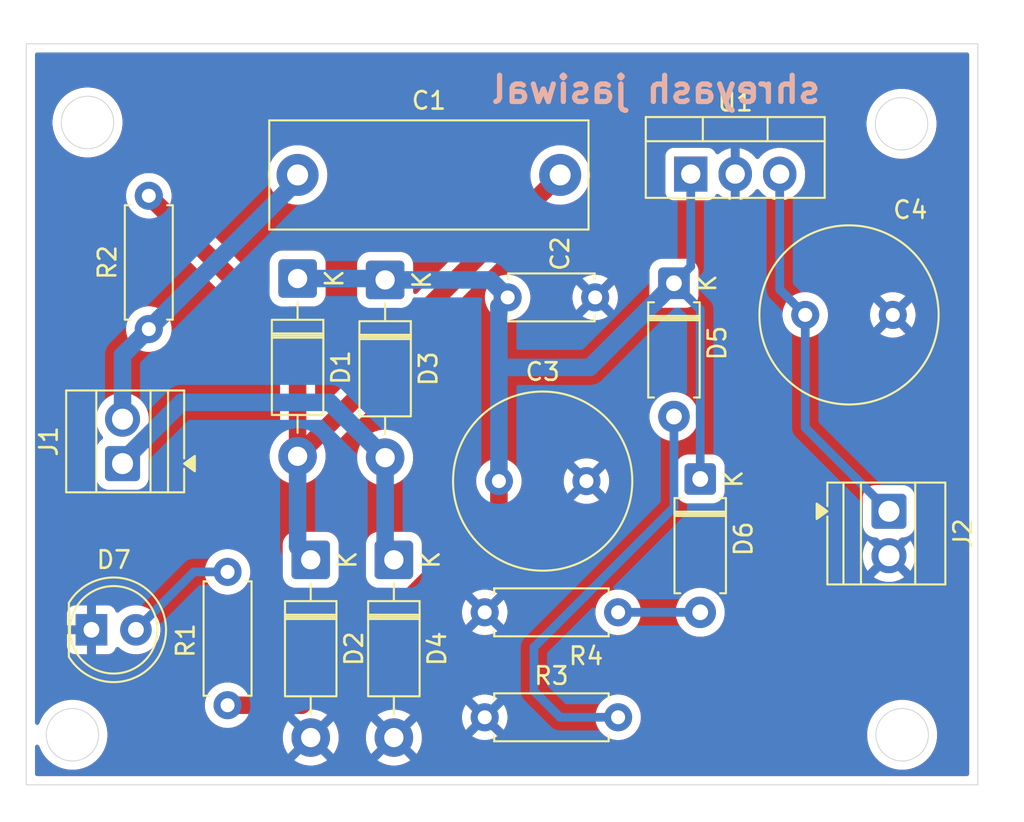
<source format=kicad_pcb>
(kicad_pcb (version 20241229) (generator "pcbnew") (generator_version "9.0")
  (layers (0 "F.Cu" signal) (2 "B.Cu" signal) (13 "F.Paste" user) (15 "B.Paste" user) (5 "F.SilkS" user "F.Silkscreen") (7 "B.SilkS" user "B.Silkscreen") (1 "F.Mask" user) (3 "B.Mask" user) (25 "Edge.Cuts" user))
  (net 0 "")
  (net 1 "Net-(D1-A)")
  (net 2 "Net-(J1-Pin_2)")
  (net 3 "Net-(D1-K)")
  (net 4 "GND")
  (net 5 "/5v")
  (net 6 "Net-(D3-A)")
  (net 7 "Net-(D5-A)")
  (net 8 "Net-(D6-A)")
  (net 9 "Net-(D7-A)")
  (footprint "Diode_THT:D_DO-41_SOD81_P10.16mm_Horizontal" (layer "F.Cu") (at 64.52175 88.42 -90)
    (property "Reference" "D1" (at 5.08 -2.47 90) (layer "F.SilkS"))
    (property "Value" "1N4007")
    (fp_line (start 1.34 0) (end 2.36 0) (stroke (width 0.12)) (layer "F.SilkS"))
    (fp_line (start 8.82 0) (end 7.8 0) (stroke (width 0.12)) (layer "F.SilkS"))
    (fp_line (start 3.14 -1.47) (end 3.14 1.47) (stroke (width 0.12)) (layer "F.SilkS"))
    (fp_line (start 3.26 -1.47) (end 3.26 1.47) (stroke (width 0.12)) (layer "F.SilkS"))
    (fp_line (start 3.38 -1.47) (end 3.38 1.47) (stroke (width 0.12)) (layer "F.SilkS"))
    (fp_rect (start 2.36 -1.47) (end 7.8 1.47) (stroke (width 0.12)) (fill no) (layer "F.SilkS"))
    (fp_text user "K" (at 0 -2.1 90) (layer "F.SilkS"))
    (pad "1" thru_hole roundrect (at 0 0 270) (size 2.2 2.2) (drill 1.1) (layers "*.Cu" "*.Mask") (roundrect_rratio 0.113636) (net 3 "Net-(D1-K)"))
    (pad "2" thru_hole circle (at 10.16 0 270) (size 2.2 2.2) (drill 1.1) (layers "*.Cu" "*.Mask") (net 1 "Net-(D1-A)"))
  )
  (footprint "Diode_THT:D_DO-41_SOD81_P10.16mm_Horizontal" (layer "F.Cu") (at 70.02175 104.5 -90)
    (property "Reference" "D4" (at 5.08 -2.47 90) (layer "F.SilkS"))
    (property "Value" "1N4007")
    (fp_line (start 1.34 0) (end 2.36 0) (stroke (width 0.12)) (layer "F.SilkS"))
    (fp_line (start 8.82 0) (end 7.8 0) (stroke (width 0.12)) (layer "F.SilkS"))
    (fp_line (start 3.14 -1.47) (end 3.14 1.47) (stroke (width 0.12)) (layer "F.SilkS"))
    (fp_line (start 3.26 -1.47) (end 3.26 1.47) (stroke (width 0.12)) (layer "F.SilkS"))
    (fp_line (start 3.38 -1.47) (end 3.38 1.47) (stroke (width 0.12)) (layer "F.SilkS"))
    (fp_rect (start 2.36 -1.47) (end 7.8 1.47) (stroke (width 0.12)) (fill no) (layer "F.SilkS"))
    (fp_text user "K" (at 0 -2.1 90) (layer "F.SilkS"))
    (pad "1" thru_hole roundrect (at 0 0 270) (size 2.2 2.2) (drill 1.1) (layers "*.Cu" "*.Mask") (roundrect_rratio 0.113636) (net 6 "Net-(D3-A)"))
    (pad "2" thru_hole circle (at 10.16 0 270) (size 2.2 2.2) (drill 1.1) (layers "*.Cu" "*.Mask") (net 4 "GND"))
  )
  (footprint "Diode_THT:D_A-405_P7.62mm_Horizontal" (layer "F.Cu") (at 87.52175 99.88 -90)
    (property "Reference" "D6" (at 3.42 -2.47 90) (layer "F.SilkS"))
    (property "Value" "D_Zener")
    (fp_line (start 1.09 1.47) (end 6.53 1.47) (stroke (width 0.12)) (layer "F.SilkS"))
    (fp_line (start 6.53 1.47) (end 6.53 1.14) (stroke (width 0.12)) (layer "F.SilkS"))
    (fp_line (start 1.09 1.14) (end 1.09 1.47) (stroke (width 0.12)) (layer "F.SilkS"))
    (fp_line (start 1.09 -1.14) (end 1.09 -1.47) (stroke (width 0.12)) (layer "F.SilkS"))
    (fp_line (start 1.09 -1.47) (end 6.53 -1.47) (stroke (width 0.12)) (layer "F.SilkS"))
    (fp_line (start 1.87 -1.47) (end 1.87 1.47) (stroke (width 0.12)) (layer "F.SilkS"))
    (fp_line (start 1.99 -1.47) (end 1.99 1.47) (stroke (width 0.12)) (layer "F.SilkS"))
    (fp_line (start 2.11 -1.47) (end 2.11 1.47) (stroke (width 0.12)) (layer "F.SilkS"))
    (fp_line (start 6.53 -1.47) (end 6.53 -1.14) (stroke (width 0.12)) (layer "F.SilkS"))
    (fp_text user "K" (at 0 -1.9 90) (layer "F.SilkS"))
    (pad "1" thru_hole roundrect (at 0 0 270) (size 1.8 1.8) (drill 0.9) (layers "*.Cu" "*.Mask") (roundrect_rratio 0.138889) (net 3 "Net-(D1-K)"))
    (pad "2" thru_hole circle (at 7.62 0 270) (size 1.8 1.8) (drill 0.9) (layers "*.Cu" "*.Mask") (net 8 "Net-(D6-A)"))
  )
  (footprint "Resistor_THT:R_Axial_DIN0207_L6.3mm_D2.5mm_P7.62mm_Horizontal" (layer "F.Cu") (at 82.83175 113.5 180)
    (property "Reference" "R3" (at 3.81 2.37 0) (layer "F.SilkS"))
    (property "Value" "20k")
    (fp_line (start 7.08 1.37) (end 7.08 1.04) (stroke (width 0.12)) (layer "F.SilkS"))
    (fp_line (start 7.08 -1.37) (end 7.08 -1.04) (stroke (width 0.12)) (layer "F.SilkS"))
    (fp_line (start 0.54 1.37) (end 7.08 1.37) (stroke (width 0.12)) (layer "F.SilkS"))
    (fp_line (start 0.54 1.04) (end 0.54 1.37) (stroke (width 0.12)) (layer "F.SilkS"))
    (fp_line (start 0.54 -1.04) (end 0.54 -1.37) (stroke (width 0.12)) (layer "F.SilkS"))
    (fp_line (start 0.54 -1.37) (end 7.08 -1.37) (stroke (width 0.12)) (layer "F.SilkS"))
    (pad "1" thru_hole circle (at 0 0 180) (size 1.6 1.6) (drill 0.8) (layers "*.Cu" "*.Mask") (net 7 "Net-(D5-A)"))
    (pad "2" thru_hole circle (at 7.62 0 180) (size 1.6 1.6) (drill 0.8) (layers "*.Cu" "*.Mask") (net 4 "GND"))
  )
  (footprint "Resistor_THT:R_Axial_DIN0207_L6.3mm_D2.5mm_P7.62mm_Horizontal" (layer "F.Cu") (at 60.52175 112.81 90)
    (property "Reference" "R1" (at 3.7 -2.4 90) (layer "F.SilkS"))
    (property "Value" "R")
    (fp_line (start 7.08 -1.37) (end 7.08 -1.04) (stroke (width 0.12)) (layer "F.SilkS"))
    (fp_line (start 0.54 -1.37) (end 7.08 -1.37) (stroke (width 0.12)) (layer "F.SilkS"))
    (fp_line (start 0.54 -1.04) (end 0.54 -1.37) (stroke (width 0.12)) (layer "F.SilkS"))
    (fp_line (start 0.54 1.04) (end 0.54 1.37) (stroke (width 0.12)) (layer "F.SilkS"))
    (fp_line (start 7.08 1.37) (end 7.08 1.04) (stroke (width 0.12)) (layer "F.SilkS"))
    (fp_line (start 0.54 1.37) (end 7.08 1.37) (stroke (width 0.12)) (layer "F.SilkS"))
    (pad "1" thru_hole circle (at 0 0 90) (size 1.6 1.6) (drill 0.8) (layers "*.Cu" "*.Mask") (net 3 "Net-(D1-K)"))
    (pad "2" thru_hole circle (at 7.62 0 90) (size 1.6 1.6) (drill 0.8) (layers "*.Cu" "*.Mask") (net 9 "Net-(D7-A)"))
  )
  (footprint "Capacitor_THT:C_Disc_D4.7mm_W2.5mm_P5.00mm" (layer "F.Cu") (at 76.52175 89.5)
    (property "Reference" "C2" (at 3 -2.5 90) (layer "F.SilkS"))
    (property "Value" "0.1uf")
    (fp_line (start 0.03 -1.37) (end 4.97 -1.37) (stroke (width 0.12)) (layer "F.SilkS"))
    (fp_line (start 0.03 -1.04) (end 0.03 -1.37) (stroke (width 0.12)) (layer "F.SilkS"))
    (fp_line (start 0.03 1.37) (end 0.03 1.04) (stroke (width 0.12)) (layer "F.SilkS"))
    (fp_line (start 4.97 -1.37) (end 4.97 -1.04) (stroke (width 0.12)) (layer "F.SilkS"))
    (fp_line (start 4.97 1.04) (end 4.97 1.37) (stroke (width 0.12)) (layer "F.SilkS"))
    (fp_line (start 4.97 1.37) (end 0.03 1.37) (stroke (width 0.12)) (layer "F.SilkS"))
    (pad "1" thru_hole circle (at 0 0) (size 1.6 1.6) (drill 0.8) (layers "*.Cu" "*.Mask") (net 3 "Net-(D1-K)"))
    (pad "2" thru_hole circle (at 5 0) (size 1.6 1.6) (drill 0.8) (layers "*.Cu" "*.Mask") (net 4 "GND"))
  )
  (footprint "TerminalBlock:TerminalBlock_Xinya_XY308-2.54-2P_1x02_P2.54mm_Horizontal" (layer "F.Cu") (at 98.30425 101.725 -90)
    (property "Reference" "J2" (at 1.27 -4.22 90) (layer "F.SilkS"))
    (property "Value" "Screw_Terminal_01x02")
    (fp_line (start -1.64 3.52) (end -1.64 -3.22) (stroke (width 0.12)) (layer "F.SilkS"))
    (fp_line (start -0.3 3.52) (end -1.64 3.52) (stroke (width 0.12)) (layer "F.SilkS"))
    (fp_line (start 4.18 3.52) (end 0.3 3.52) (stroke (width 0.12)) (layer "F.SilkS"))
    (fp_line (start -1.64 2.6) (end 4.18 2.6) (stroke (width 0.12)) (layer "F.SilkS"))
    (fp_line (start -1.64 1.6) (end 4.18 1.6) (stroke (width 0.12)) (layer "F.SilkS"))
    (fp_line (start -1.64 -1.5) (end 4.18 -1.5) (stroke (width 0.12)) (layer "F.SilkS"))
    (fp_line (start -1.64 -3.22) (end 4.18 -3.22) (stroke (width 0.12)) (layer "F.SilkS"))
    (fp_line (start 4.18 -3.22) (end 4.18 3.52) (stroke (width 0.12)) (layer "F.SilkS"))
    (fp_poly (pts (xy 0 3.52) (xy 0.44 4.13) (xy -0.44 4.13)) (stroke (width 0.12)) (fill yes) (layer "F.SilkS"))
    (pad "1" thru_hole roundrect (at 0 0 270) (size 2 2) (drill 1.2) (layers "*.Cu" "*.Mask") (roundrect_rratio 0.125) (net 5 "/5v"))
    (pad "2" thru_hole circle (at 2.54 0 270) (size 2 2) (drill 1.2) (layers "*.Cu" "*.Mask") (net 4 "GND"))
  )
  (footprint "Package_TO_SOT_THT:TO-220-3_Vertical" (layer "F.Cu") (at 86.98175 82.45)
    (property "Reference" "U1" (at 2.54 -4.1 0) (layer "F.SilkS"))
    (property "Value" "LM7805_TO220")
    (fp_line (start -2.57 -3.26) (end 7.65 -3.26) (stroke (width 0.12)) (layer "F.SilkS"))
    (fp_line (start -2.57 -1.88) (end 7.65 -1.88) (stroke (width 0.12)) (layer "F.SilkS"))
    (fp_line (start -2.57 1.36) (end -2.57 -3.26) (stroke (width 0.12)) (layer "F.SilkS"))
    (fp_line (start 0.69 -3.26) (end 0.69 -1.88) (stroke (width 0.12)) (layer "F.SilkS"))
    (fp_line (start 4.39 -3.26) (end 4.39 -1.88) (stroke (width 0.12)) (layer "F.SilkS"))
    (fp_line (start 7.65 -3.26) (end 7.65 1.36) (stroke (width 0.12)) (layer "F.SilkS"))
    (fp_line (start 7.65 1.36) (end -2.57 1.36) (stroke (width 0.12)) (layer "F.SilkS"))
    (pad "1" thru_hole rect (at 0 0) (size 1.905 2) (drill 1.1) (layers "*.Cu" "*.Mask") (net 3 "Net-(D1-K)"))
    (pad "2" thru_hole oval (at 2.54 0) (size 1.905 2) (drill 1.1) (layers "*.Cu" "*.Mask") (net 4 "GND"))
    (pad "3" thru_hole oval (at 5.08 0) (size 1.905 2) (drill 1.1) (layers "*.Cu" "*.Mask") (net 5 "/5v"))
  )
  (footprint "Diode_THT:D_DO-41_SOD81_P10.16mm_Horizontal" (layer "F.Cu") (at 69.52175 88.5 -90)
    (property "Reference" "D3" (at 5.08 -2.47 90) (layer "F.SilkS"))
    (property "Value" "1N4007")
    (fp_line (start 1.34 0) (end 2.36 0) (stroke (width 0.12)) (layer "F.SilkS"))
    (fp_line (start 8.82 0) (end 7.8 0) (stroke (width 0.12)) (layer "F.SilkS"))
    (fp_line (start 3.14 -1.47) (end 3.14 1.47) (stroke (width 0.12)) (layer "F.SilkS"))
    (fp_line (start 3.26 -1.47) (end 3.26 1.47) (stroke (width 0.12)) (layer "F.SilkS"))
    (fp_line (start 3.38 -1.47) (end 3.38 1.47) (stroke (width 0.12)) (layer "F.SilkS"))
    (fp_rect (start 2.36 -1.47) (end 7.8 1.47) (stroke (width 0.12)) (fill no) (layer "F.SilkS"))
    (fp_text user "K" (at 0 -2.1 90) (layer "F.SilkS"))
    (pad "1" thru_hole roundrect (at 0 0 270) (size 2.2 2.2) (drill 1.1) (layers "*.Cu" "*.Mask") (roundrect_rratio 0.113636) (net 3 "Net-(D1-K)"))
    (pad "2" thru_hole circle (at 10.16 0 270) (size 2.2 2.2) (drill 1.1) (layers "*.Cu" "*.Mask") (net 6 "Net-(D3-A)"))
  )
  (footprint "Resistor_THT:R_Axial_DIN0207_L6.3mm_D2.5mm_P7.62mm_Horizontal" (layer "F.Cu") (at 56.02175 91.31 90)
    (property "Reference" "R2" (at 3.81 -2.37 90) (layer "F.SilkS"))
    (property "Value" "1m")
    (fp_line (start 7.08 -1.37) (end 7.08 -1.04) (stroke (width 0.12)) (layer "F.SilkS"))
    (fp_line (start 0.54 -1.37) (end 7.08 -1.37) (stroke (width 0.12)) (layer "F.SilkS"))
    (fp_line (start 0.54 -1.04) (end 0.54 -1.37) (stroke (width 0.12)) (layer "F.SilkS"))
    (fp_line (start 0.54 1.04) (end 0.54 1.37) (stroke (width 0.12)) (layer "F.SilkS"))
    (fp_line (start 7.08 1.37) (end 7.08 1.04) (stroke (width 0.12)) (layer "F.SilkS"))
    (fp_line (start 0.54 1.37) (end 7.08 1.37) (stroke (width 0.12)) (layer "F.SilkS"))
    (pad "1" thru_hole circle (at 0 0 90) (size 1.6 1.6) (drill 0.8) (layers "*.Cu" "*.Mask") (net 2 "Net-(J1-Pin_2)"))
    (pad "2" thru_hole circle (at 7.62 0 90) (size 1.6 1.6) (drill 0.8) (layers "*.Cu" "*.Mask") (net 1 "Net-(D1-A)"))
  )
  (footprint "Capacitor_THT:C_Rect_L18.0mm_W6.0mm_P15.00mm_FKS3_FKP3" (layer "F.Cu") (at 64.52175 82.5)
    (property "Reference" "C1" (at 7.5 -4.25 0) (layer "F.SilkS"))
    (property "Value" "225k/2.2uf")
    (fp_line (start -1.62 -3.12) (end 16.62 -3.12) (stroke (width 0.12)) (layer "F.SilkS"))
    (fp_line (start -1.62 3.12) (end -1.62 -3.12) (stroke (width 0.12)) (layer "F.SilkS"))
    (fp_line (start 16.62 -3.12) (end 16.62 3.12) (stroke (width 0.12)) (layer "F.SilkS"))
    (fp_line (start 16.62 3.12) (end -1.62 3.12) (stroke (width 0.12)) (layer "F.SilkS"))
    (pad "1" thru_hole circle (at 0 0) (size 2.4 2.4) (drill 1.2) (layers "*.Cu" "*.Mask") (net 2 "Net-(J1-Pin_2)"))
    (pad "2" thru_hole circle (at 15 0) (size 2.4 2.4) (drill 1.2) (layers "*.Cu" "*.Mask") (net 1 "Net-(D1-A)"))
  )
  (footprint "Capacitor_THT:C_Radial_D10.0mm_H12.5mm_P5.00mm" (layer "F.Cu") (at 76.02175 100)
    (property "Reference" "C3" (at 2.5 -6.25 0) (layer "F.SilkS"))
    (property "Value" "1000uf")
    (fp_circle (center 2.5 0) (end 7.62 0) (stroke (width 0.12)) (fill no) (layer "F.SilkS"))
    (pad "1" thru_hole circle (at 0 0) (size 1.6 1.6) (drill 0.8) (layers "*.Cu" "*.Mask") (net 3 "Net-(D1-K)"))
    (pad "2" thru_hole circle (at 5 0) (size 1.6 1.6) (drill 0.8) (layers "*.Cu" "*.Mask") (net 4 "GND"))
  )
  (footprint "Resistor_THT:R_Axial_DIN0207_L6.3mm_D2.5mm_P7.62mm_Horizontal" (layer "F.Cu") (at 82.83175 107.5 180)
    (property "Reference" "R4" (at 1.83175 -2.5 0) (layer "F.SilkS"))
    (property "Value" "20k")
    (fp_line (start 7.08 1.37) (end 7.08 1.04) (stroke (width 0.12)) (layer "F.SilkS"))
    (fp_line (start 7.08 -1.37) (end 7.08 -1.04) (stroke (width 0.12)) (layer "F.SilkS"))
    (fp_line (start 0.54 1.37) (end 7.08 1.37) (stroke (width 0.12)) (layer "F.SilkS"))
    (fp_line (start 0.54 1.04) (end 0.54 1.37) (stroke (width 0.12)) (layer "F.SilkS"))
    (fp_line (start 0.54 -1.04) (end 0.54 -1.37) (stroke (width 0.12)) (layer "F.SilkS"))
    (fp_line (start 0.54 -1.37) (end 7.08 -1.37) (stroke (width 0.12)) (layer "F.SilkS"))
    (pad "1" thru_hole circle (at 0 0 180) (size 1.6 1.6) (drill 0.8) (layers "*.Cu" "*.Mask") (net 8 "Net-(D6-A)"))
    (pad "2" thru_hole circle (at 7.62 0 180) (size 1.6 1.6) (drill 0.8) (layers "*.Cu" "*.Mask") (net 4 "GND"))
  )
  (footprint "Capacitor_THT:C_Radial_D10.0mm_H12.5mm_P5.00mm" (layer "F.Cu") (at 93.52175 90.5)
    (property "Reference" "C4" (at 6 -6 0) (layer "F.SilkS"))
    (property "Value" "470uf")
    (fp_circle (center 2.5 0) (end 7.62 0) (stroke (width 0.12)) (fill no) (layer "F.SilkS"))
    (pad "1" thru_hole circle (at 0 0) (size 1.6 1.6) (drill 0.8) (layers "*.Cu" "*.Mask") (net 5 "/5v"))
    (pad "2" thru_hole circle (at 5 0) (size 1.6 1.6) (drill 0.8) (layers "*.Cu" "*.Mask") (net 4 "GND"))
  )
  (footprint "Diode_THT:D_DO-41_SOD81_P10.16mm_Horizontal" (layer "F.Cu") (at 65.27175 104.5 -90)
    (property "Reference" "D2" (at 5.08 -2.47 90) (layer "F.SilkS"))
    (property "Value" "1N4007")
    (fp_line (start 1.34 0) (end 2.36 0) (stroke (width 0.12)) (layer "F.SilkS"))
    (fp_line (start 8.82 0) (end 7.8 0) (stroke (width 0.12)) (layer "F.SilkS"))
    (fp_line (start 3.14 -1.47) (end 3.14 1.47) (stroke (width 0.12)) (layer "F.SilkS"))
    (fp_line (start 3.26 -1.47) (end 3.26 1.47) (stroke (width 0.12)) (layer "F.SilkS"))
    (fp_line (start 3.38 -1.47) (end 3.38 1.47) (stroke (width 0.12)) (layer "F.SilkS"))
    (fp_rect (start 2.36 -1.47) (end 7.8 1.47) (stroke (width 0.12)) (fill no) (layer "F.SilkS"))
    (fp_text user "K" (at 0 -2.1 90) (layer "F.SilkS"))
    (pad "1" thru_hole roundrect (at 0 0 270) (size 2.2 2.2) (drill 1.1) (layers "*.Cu" "*.Mask") (roundrect_rratio 0.113636) (net 1 "Net-(D1-A)"))
    (pad "2" thru_hole circle (at 10.16 0 270) (size 2.2 2.2) (drill 1.1) (layers "*.Cu" "*.Mask") (net 4 "GND"))
  )
  (footprint "Diode_THT:D_A-405_P7.62mm_Horizontal" (layer "F.Cu") (at 86.02175 88.69 -90)
    (property "Reference" "D5" (at 3.42 -2.47 90) (layer "F.SilkS"))
    (property "Value" "D_Zener")
    (fp_line (start 1.09 1.47) (end 6.53 1.47) (stroke (width 0.12)) (layer "F.SilkS"))
    (fp_line (start 6.53 1.47) (end 6.53 1.14) (stroke (width 0.12)) (layer "F.SilkS"))
    (fp_line (start 1.09 1.14) (end 1.09 1.47) (stroke (width 0.12)) (layer "F.SilkS"))
    (fp_line (start 1.09 -1.14) (end 1.09 -1.47) (stroke (width 0.12)) (layer "F.SilkS"))
    (fp_line (start 1.09 -1.47) (end 6.53 -1.47) (stroke (width 0.12)) (layer "F.SilkS"))
    (fp_line (start 1.87 -1.47) (end 1.87 1.47) (stroke (width 0.12)) (layer "F.SilkS"))
    (fp_line (start 1.99 -1.47) (end 1.99 1.47) (stroke (width 0.12)) (layer "F.SilkS"))
    (fp_line (start 2.11 -1.47) (end 2.11 1.47) (stroke (width 0.12)) (layer "F.SilkS"))
    (fp_line (start 6.53 -1.47) (end 6.53 -1.14) (stroke (width 0.12)) (layer "F.SilkS"))
    (fp_text user "K" (at 0 -1.9 90) (layer "F.SilkS"))
    (pad "1" thru_hole roundrect (at 0 0 270) (size 1.8 1.8) (drill 0.9) (layers "*.Cu" "*.Mask") (roundrect_rratio 0.138889) (net 3 "Net-(D1-K)"))
    (pad "2" thru_hole circle (at 7.62 0 270) (size 1.8 1.8) (drill 0.9) (layers "*.Cu" "*.Mask") (net 7 "Net-(D5-A)"))
  )
  (footprint "LED_THT:LED_D5.0mm" (layer "F.Cu") (at 52.74675 108.5)
    (property "Reference" "D7" (at 1.275 -4 0) (layer "F.SilkS"))
    (property "Value" "LED")
    (fp_line (start -1.29 -1.545) (end -1.29 1.545) (stroke (width 0.12)) (layer "F.SilkS"))
    (fp_arc (start -1.29 -1.54483) (mid 2.071779 -2.880495) (end 4.26 0) (stroke (width 0.12)) (layer "F.SilkS"))
    (fp_arc (start 4.26 0) (mid 2.071779 2.880495) (end -1.29 1.54483) (stroke (width 0.12)) (layer "F.SilkS"))
    (fp_circle (center 1.27 0) (end 3.77 0) (stroke (width 0.12)) (fill no) (layer "F.SilkS"))
    (pad "1" thru_hole rect (at 0 0) (size 1.8 1.8) (drill 0.9) (layers "*.Cu" "*.Mask") (net 4 "GND"))
    (pad "2" thru_hole circle (at 2.54 0) (size 1.8 1.8) (drill 0.9) (layers "*.Cu" "*.Mask") (net 9 "Net-(D7-A)"))
  )
  (footprint "TerminalBlock:TerminalBlock_Xinya_XY308-2.54-2P_1x02_P2.54mm_Horizontal" (layer "F.Cu") (at 54.52175 99 90)
    (property "Reference" "J1" (at 1.27 -4.22 90) (layer "F.SilkS"))
    (property "Value" "Screw_Terminal_01x02")
    (fp_line (start 4.18 -3.22) (end 4.18 3.52) (stroke (width 0.12)) (layer "F.SilkS"))
    (fp_line (start -1.64 -3.22) (end 4.18 -3.22) (stroke (width 0.12)) (layer "F.SilkS"))
    (fp_line (start -1.64 -1.5) (end 4.18 -1.5) (stroke (width 0.12)) (layer "F.SilkS"))
    (fp_line (start -1.64 1.6) (end 4.18 1.6) (stroke (width 0.12)) (layer "F.SilkS"))
    (fp_line (start -1.64 2.6) (end 4.18 2.6) (stroke (width 0.12)) (layer "F.SilkS"))
    (fp_line (start 4.18 3.52) (end 0.3 3.52) (stroke (width 0.12)) (layer "F.SilkS"))
    (fp_line (start -0.3 3.52) (end -1.64 3.52) (stroke (width 0.12)) (layer "F.SilkS"))
    (fp_line (start -1.64 3.52) (end -1.64 -3.22) (stroke (width 0.12)) (layer "F.SilkS"))
    (fp_poly (pts (xy 0 3.52) (xy 0.44 4.13) (xy -0.44 4.13)) (stroke (width 0.12)) (fill yes) (layer "F.SilkS"))
    (pad "1" thru_hole roundrect (at 0 0 90) (size 2 2) (drill 1.2) (layers "*.Cu" "*.Mask") (roundrect_rratio 0.125) (net 6 "Net-(D3-A)"))
    (pad "2" thru_hole circle (at 2.54 0 90) (size 2 2) (drill 1.2) (layers "*.Cu" "*.Mask") (net 2 "Net-(J1-Pin_2)"))
  )
  (gr_circle (center 52.52175 79.5) (end 54.02175 79.5) (stroke (width 0.05)) (fill no) (layer "Edge.Cuts"))
  (gr_circle (center 51.659267 114.5) (end 53.159267 114.5) (stroke (width 0.05)) (fill no) (layer "Edge.Cuts"))
  (gr_rect (start 49.02175 75) (end 103.383022 117.361272) (stroke (width 0.05)) (fill no) (layer "Edge.Cuts"))
  (gr_circle (center 99.02175 79.577007) (end 100.52175 79.577007) (stroke (width 0.05)) (fill no) (layer "Edge.Cuts"))
  (gr_circle (center 99.057087 114.5) (end 100.557087 114.5) (stroke (width 0.05)) (fill no) (layer "Edge.Cuts"))
  (gr_text "shreyash jasiwal\n" (at 94.5435 78.5 -0) (layer "B.SilkS") (effects (font (size 1.5 1.5) (thickness 0.3) (bold yes)) (justify left bottom mirror)))
  (segment (start 68.52175 94.58) (end 68.52175 93.5) (width 1) (layer "F.Cu") (net 1))
  (segment (start 68.52175 93.5) (end 79.52175 82.5) (width 1) (layer "F.Cu") (net 1))
  (segment (start 64.52175 98.58) (end 68.52175 94.58) (width 1) (layer "F.Cu") (net 1))
  (segment (start 56.02175 83.69) (end 64.52175 92.19) (width 1) (layer "F.Cu") (net 1))
  (segment (start 64.52175 92.19) (end 64.52175 98.58) (width 1) (layer "F.Cu") (net 1))
  (segment (start 64.52175 98.58) (end 64.52175 103.75) (width 1) (layer "B.Cu") (net 1))
  (segment (start 64.52175 103.75) (end 65.27175 104.5) (width 1) (layer "B.Cu") (net 1))
  (segment (start 54.52175 96.46) (end 54.52175 92.81) (width 1) (layer "B.Cu") (net 2))
  (segment (start 54.52175 92.81) (end 56.02175 91.31) (width 1) (layer "B.Cu") (net 2))
  (segment (start 64.52175 82.81) (end 64.52175 82.5) (width 1) (layer "B.Cu") (net 2))
  (segment (start 56.02175 91.31) (end 64.52175 82.81) (width 1) (layer "B.Cu") (net 2))
  (segment (start 76.02175 101.551844) (end 76.02175 100) (width 1) (layer "F.Cu") (net 3))
  (segment (start 64.763594 112.81) (end 76.02175 101.551844) (width 1) (layer "F.Cu") (net 3))
  (segment (start 60.52175 112.81) (end 64.763594 112.81) (width 1) (layer "F.Cu") (net 3))
  (segment (start 81.21175 93.5) (end 76.02175 93.5) (width 1) (layer "B.Cu") (net 3))
  (segment (start 75.52175 88.5) (end 76.52175 89.5) (width 1) (layer "B.Cu") (net 3))
  (segment (start 76.02175 90) (end 76.52175 89.5) (width 1) (layer "B.Cu") (net 3))
  (segment (start 86.98175 87.73) (end 86.02175 88.69) (width 0.5) (layer "B.Cu") (net 3))
  (segment (start 86.98175 82.45) (end 86.98175 87.73) (width 0.5) (layer "B.Cu") (net 3))
  (segment (start 86.02175 88.69) (end 87.52175 90.19) (width 0.5) (layer "B.Cu") (net 3))
  (segment (start 76.02175 93.5) (end 76.02175 90) (width 1) (layer "B.Cu") (net 3))
  (segment (start 76.02175 100) (end 76.02175 93.5) (width 1) (layer "B.Cu") (net 3))
  (segment (start 69.44175 88.42) (end 69.52175 88.5) (width 1) (layer "B.Cu") (net 3))
  (segment (start 69.52175 88.5) (end 75.52175 88.5) (width 1) (layer "B.Cu") (net 3))
  (segment (start 64.52175 88.42) (end 69.44175 88.42) (width 1) (layer "B.Cu") (net 3))
  (segment (start 86.02175 88.69) (end 81.21175 93.5) (width 1) (layer "B.Cu") (net 3))
  (segment (start 87.52175 90.19) (end 87.52175 99.88) (width 0.5) (layer "B.Cu") (net 3))
  (segment (start 93.52175 96.9425) (end 98.30425 101.725) (width 0.5) (layer "B.Cu") (net 5))
  (segment (start 93.52175 90.5) (end 93.52175 96.9425) (width 0.5) (layer "B.Cu") (net 5))
  (segment (start 92.06175 89.04) (end 93.52175 90.5) (width 0.5) (layer "B.Cu") (net 5))
  (segment (start 92.06175 82.45) (end 92.06175 89.04) (width 0.5) (layer "B.Cu") (net 5))
  (segment (start 69.52175 98.66) (end 69.52175 104) (width 1) (layer "B.Cu") (net 6))
  (segment (start 54.52175 99) (end 54.52175 98.865578) (width 1) (layer "B.Cu") (net 6))
  (segment (start 66.36175 95.5) (end 69.52175 98.66) (width 1) (layer "B.Cu") (net 6))
  (segment (start 69.52175 104) (end 70.02175 104.5) (width 1) (layer "B.Cu") (net 6))
  (segment (start 54.52175 98.865578) (end 57.887328 95.5) (width 1) (layer "B.Cu") (net 6))
  (segment (start 57.887328 95.5) (end 66.36175 95.5) (width 1) (layer "B.Cu") (net 6))
  (segment (start 78.02175 112) (end 79.52175 113.5) (width 0.5) (layer "B.Cu") (net 7))
  (segment (start 86.02175 96.31) (end 86.02175 101.5) (width 0.5) (layer "B.Cu") (net 7))
  (segment (start 79.52175 113.5) (end 82.83175 113.5) (width 0.5) (layer "B.Cu") (net 7))
  (segment (start 86.02175 101.5) (end 78.02175 109.5) (width 0.5) (layer "B.Cu") (net 7))
  (segment (start 78.02175 109.5) (end 78.02175 112) (width 0.5) (layer "B.Cu") (net 7))
  (segment (start 82.83175 107.5) (end 87.52175 107.5) (width 0.5) (layer "B.Cu") (net 8))
  (segment (start 58.59675 105.19) (end 60.52175 105.19) (width 0.5) (layer "B.Cu") (net 9))
  (segment (start 55.28675 108.5) (end 58.59675 105.19) (width 0.5) (layer "B.Cu") (net 9))
  (zone (net 4) (net_name "GND") (layers "F.Cu" "B.Cu") (connect_pads (clearance 0.5)) (min_thickness 0.25) (fill yes (thermal_gap 0.5) (thermal_bridge_width 0.5))
    (polygon (pts (xy 47.52175 119.5) (xy 106.02175 119.5) (xy 106.02175 72.5) (xy 47.52175 72.5)))
  )
)
</source>
